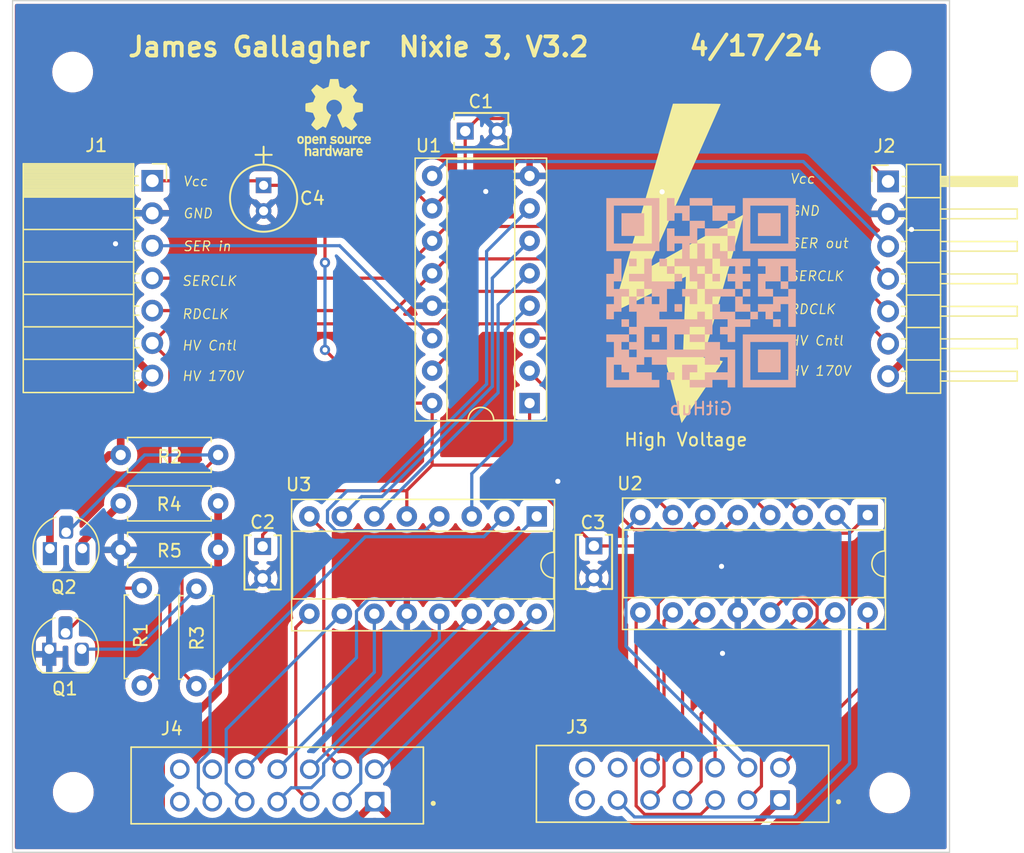
<source format=kicad_pcb>
(kicad_pcb (version 20221018) (generator pcbnew)
  (layers (0 "F.Cu" signal) (31 "B.Cu" signal) (34 "B.Paste" user) (35 "F.Paste" user) (36 "B.SilkS" user "B.Silkscreen") (37 "F.SilkS" user "F.Silkscreen") (38 "B.Mask" user) (39 "F.Mask" user) (44 "Edge.Cuts" user))
  (net 0 "")
  (net 1 "SER_OUT")
  (net 4 "GND")
  (net 6 "SER")
  (net 10 "Net-(Q1-B)")
  (net 11 "/T")
  (net 12 "Net-(Q1-C)")
  (net 13 "HV")
  (net 14 "Net-(Q2-B)")
  (net 15 "SRCLK")
  (net 16 "HV_CNTRL")
  (net 17 "RCLK")
  (net 18 "/D1-8")
  (net 19 "/LSD A")
  (net 20 "/LSD D")
  (net 21 "/LSD B")
  (net 22 "/LSD C")
  (net 23 "/D1-9")
  (net 24 "/D1-2")
  (net 25 "/D1-3")
  (net 26 "/D1-7")
  (net 27 "/D1-6")
  (net 28 "/D1-4")
  (net 29 "/D1-5")
  (net 30 "/D1-1")
  (net 31 "/D1-0")
  (net 32 "/D2-8")
  (net 33 "/MSD A")
  (net 34 "/MSD D")
  (net 35 "/MSD B")
  (net 36 "/MSD C")
  (net 37 "/D2-9")
  (net 38 "/D2-2")
  (net 39 "/D2-3")
  (net 40 "/D2-7")
  (net 41 "/D2-6")
  (net 42 "/D2-4")
  (net 43 "/D2-5")
  (net 44 "/D2-1")
  (net 45 "/D2-0")
  (net 46 "VCC")
  (net 47 "Net-(Q2-C)")
  (footprint "Resistor_THT:R_Axial_DIN0207_L6.3mm_D2.5mm_P7.62mm_Horizontal" (layer "F.Cu") (at 59.5884 90.4748 90)
    (fp_text reference "R3" (at 3.7592 0.0508 90) (layer "F.SilkS"))
    (fp_text value "1M")
    (pad "1" thru_hole circle (at 0 0 90) (size 1.6 1.6) (drill 0.8) (layers "*.Cu" "*.Mask") (net 14 "Net-(Q2-B)"))
    (pad "2" thru_hole oval (at 7.62 0 90) (size 1.6 1.6) (drill 0.8) (layers "*.Cu" "*.Mask") (net 12 "Net-(Q1-C)"))
  )
  (footprint "Package_DIP:DIP-16_W7.62mm_Socket" (layer "F.Cu") (at 85.6488 68.326 180)
    (fp_text reference "U1" (at 7.8994 20.1422 180) (layer "F.SilkS"))
    (fp_text value "74HC595")
    (pad "1" thru_hole rect (at 0 0 180) (size 1.6 1.6) (drill 0.8) (layers "*.Cu" "*.Mask") (net 21 "/LSD B"))
    (pad "2" thru_hole oval (at 0 2.54 180) (size 1.6 1.6) (drill 0.8) (layers "*.Cu" "*.Mask") (net 22 "/LSD C"))
    (pad "3" thru_hole oval (at 0 5.08 180) (size 1.6 1.6) (drill 0.8) (layers "*.Cu" "*.Mask") (net 20 "/LSD D"))
    (pad "4" thru_hole oval (at 0 7.62 180) (size 1.6 1.6) (drill 0.8) (layers "*.Cu" "*.Mask") (net 33 "/MSD A"))
    (pad "5" thru_hole oval (at 0 10.16 180) (size 1.6 1.6) (drill 0.8) (layers "*.Cu" "*.Mask") (net 35 "/MSD B"))
    (pad "6" thru_hole oval (at 0 12.7 180) (size 1.6 1.6) (drill 0.8) (layers "*.Cu" "*.Mask") (net 36 "/MSD C"))
    (pad "7" thru_hole oval (at 0 15.24 180) (size 1.6 1.6) (drill 0.8) (layers "*.Cu" "*.Mask") (net 34 "/MSD D"))
    (pad "8" thru_hole oval (at 0 17.78 180) (size 1.6 1.6) (drill 0.8) (layers "*.Cu" "*.Mask") (net 4 "GND"))
    (pad "9" thru_hole oval (at 7.62 17.78 180) (size 1.6 1.6) (drill 0.8) (layers "*.Cu" "*.Mask") (net 1 "SER_OUT"))
    (pad "10" thru_hole oval (at 7.62 15.24 180) (size 1.6 1.6) (drill 0.8) (layers "*.Cu" "*.Mask") (net 46 "VCC"))
    (pad "11" thru_hole oval (at 7.62 12.7 180) (size 1.6 1.6) (drill 0.8) (layers "*.Cu" "*.Mask") (net 15 "SRCLK"))
    (pad "12" thru_hole oval (at 7.62 10.16 180) (size 1.6 1.6) (drill 0.8) (layers "*.Cu" "*.Mask") (net 17 "RCLK"))
    (pad "13" thru_hole oval (at 7.62 7.62 180) (size 1.6 1.6) (drill 0.8) (layers "*.Cu" "*.Mask") (net 4 "GND"))
    (pad "14" thru_hole oval (at 7.62 5.08 180) (size 1.6 1.6) (drill 0.8) (layers "*.Cu" "*.Mask") (net 6 "SER"))
    (pad "15" thru_hole oval (at 7.62 2.54 180) (size 1.6 1.6) (drill 0.8) (layers "*.Cu" "*.Mask") (net 19 "/LSD A"))
    (pad "16" thru_hole oval (at 7.62 0 180) (size 1.6 1.6) (drill 0.8) (layers "*.Cu" "*.Mask") (net 46 "VCC"))
  )
  (footprint "nixie-3-footprints:K104Z15Y5VF5TL2_VIS" (layer "F.Cu") (at 80.614202 47.0408)
    (fp_text reference "C1" (at 1.224598 -2.3114 unlocked) (layer "F.SilkS"))
    (fp_text value "100nF")
    (pad "1" thru_hole rect (at 0 0) (size 1.3208 1.3208) (drill 0.8128) (layers "*.Cu" "*.Mask") (net 46 "VCC"))
    (pad "2" thru_hole circle (at 2.499995 0) (size 1.3208 1.3208) (drill 0.8128) (layers "*.Cu" "*.Mask") (net 4 "GND"))
  )
  (footprint "nixie-3-footprints:High-voltage-25mm-v2-with-text" (layer "F.Cu") (at 97.282 57.404)
    (fp_text reference "G***" hide)
    (fp_text value "LOGO" hide)
    (fp_text user "High Voltage" (at -4.32 14.37 unlocked) (layer "F.SilkS") (effects (justify left bottom)))
  )
  (footprint "MountingHole:MountingHole_2.7mm_M2.5_DIN965" (layer "F.Cu") (at 113.8174 98.8314)
    (fp_text reference "H3" hide)
    (fp_text value "MountingHole")
    (pad "" np_thru_hole circle (at 0 0) (size 2.7 2.7) (drill 2.7) (layers "*.Cu" "*.Mask"))
  )
  (footprint "Resistor_THT:R_Axial_DIN0207_L6.3mm_D2.5mm_P7.62mm_Horizontal" (layer "F.Cu") (at 61.2902 79.8068 180)
    (fp_text reference "R5" (at 3.81 -0.0762) (layer "F.SilkS"))
    (fp_text value "220K")
    (pad "1" thru_hole circle (at 0 0 180) (size 1.6 1.6) (drill 0.8) (layers "*.Cu" "*.Mask") (net 11 "/T"))
    (pad "2" thru_hole oval (at 7.62 0 180) (size 1.6 1.6) (drill 0.8) (layers "*.Cu" "*.Mask") (net 4 "GND"))
  )
  (footprint "Connector_PinSocket_2.54mm:PinSocket_1x07_P2.54mm_Horizontal" (layer "F.Cu") (at 56.1398 50.9278)
    (fp_text reference "J1" (at -4.38 -2.77) (layer "F.SilkS"))
    (fp_text value "Conn_01x07_Socket")
    (pad "1" thru_hole rect (at 0 0) (size 1.7 1.7) (drill 1) (layers "*.Cu" "*.Mask") (net 46 "VCC"))
    (pad "2" thru_hole oval (at 0 2.54) (size 1.7 1.7) (drill 1) (layers "*.Cu" "*.Mask") (net 4 "GND"))
    (pad "3" thru_hole oval (at 0 5.08) (size 1.7 1.7) (drill 1) (layers "*.Cu" "*.Mask") (net 6 "SER"))
    (pad "4" thru_hole oval (at 0 7.62) (size 1.7 1.7) (drill 1) (layers "*.Cu" "*.Mask") (net 15 "SRCLK"))
    (pad "5" thru_hole oval (at 0 10.16) (size 1.7 1.7) (drill 1) (layers "*.Cu" "*.Mask") (net 17 "RCLK"))
    (pad "6" thru_hole oval (at 0 12.7) (size 1.7 1.7) (drill 1) (layers "*.Cu" "*.Mask") (net 16 "HV_CNTRL"))
    (pad "7" thru_hole oval (at 0 15.24) (size 1.7 1.7) (drill 1) (layers "*.Cu" "*.Mask") (net 13 "HV"))
  )
  (footprint "Resistor_THT:R_Axial_DIN0207_L6.3mm_D2.5mm_P7.62mm_Horizontal" (layer "F.Cu") (at 53.6702 72.3826)
    (fp_text reference "R2" (at 3.8354 0.1524) (layer "F.SilkS"))
    (fp_text value "10K")
    (pad "1" thru_hole circle (at 0 0) (size 1.6 1.6) (drill 0.8) (layers "*.Cu" "*.Mask") (net 13 "HV"))
    (pad "2" thru_hole oval (at 7.62 0) (size 1.6 1.6) (drill 0.8) (layers "*.Cu" "*.Mask") (net 14 "Net-(Q2-B)"))
  )
  (footprint "Connector_PinHeader_2.54mm:PinHeader_1x07_P2.54mm_Horizontal" (layer "F.Cu") (at 113.6904 50.9778)
    (fp_text reference "J2" (at -0.2794 -2.7686) (layer "F.SilkS"))
    (fp_text value "Conn_01x07_Pin")
    (pad "1" thru_hole rect (at 0 0) (size 1.7 1.7) (drill 1) (layers "*.Cu" "*.Mask") (net 46 "VCC"))
    (pad "2" thru_hole oval (at 0 2.54) (size 1.7 1.7) (drill 1) (layers "*.Cu" "*.Mask") (net 4 "GND"))
    (pad "3" thru_hole oval (at 0 5.08) (size 1.7 1.7) (drill 1) (layers "*.Cu" "*.Mask") (net 1 "SER_OUT"))
    (pad "4" thru_hole oval (at 0 7.62) (size 1.7 1.7) (drill 1) (layers "*.Cu" "*.Mask") (net 15 "SRCLK"))
    (pad "5" thru_hole oval (at 0 10.16) (size 1.7 1.7) (drill 1) (layers "*.Cu" "*.Mask") (net 17 "RCLK"))
    (pad "6" thru_hole oval (at 0 12.7) (size 1.7 1.7) (drill 1) (layers "*.Cu" "*.Mask") (net 16 "HV_CNTRL"))
    (pad "7" thru_hole oval (at 0 15.24) (size 1.7 1.7) (drill 1) (layers "*.Cu" "*.Mask") (net 13 "HV"))
  )
  (footprint "nixie-3-footprints:K104Z15Y5VF5TL2_VIS" (layer "F.Cu") (at 64.77 79.542005 -90)
    (fp_text reference "C2" (at -1.894205 0 unlocked) (layer "F.SilkS"))
    (fp_text value "100nF")
    (pad "1" thru_hole rect (at 0 0 270) (size 1.3208 1.3208) (drill 0.8128) (layers "*.Cu" "*.Mask") (net 46 "VCC"))
    (pad "2" thru_hole circle (at 2.499995 0 270) (size 1.3208 1.3208) (drill 0.8128) (layers "*.Cu" "*.Mask") (net 4 "GND"))
  )
  (footprint "Package_DIP:DIP-16_W7.62mm_Socket" (layer "F.Cu") (at 112.0902 77.089 -90)
    (fp_text reference "U2" (at -2.4638 18.5928 -180) (layer "F.SilkS"))
    (fp_text value "74141")
    (pad "1" thru_hole rect (at 0 0 270) (size 1.6 1.6) (drill 0.8) (layers "*.Cu" "*.Mask") (net 18 "/D1-8"))
    (pad "2" thru_hole oval (at 0 2.54 270) (size 1.6 1.6) (drill 0.8) (layers "*.Cu" "*.Mask") (net 23 "/D1-9"))
    (pad "3" thru_hole oval (at 0 5.08 270) (size 1.6 1.6) (drill 0.8) (layers "*.Cu" "*.Mask") (net 19 "/LSD A"))
    (pad "4" thru_hole oval (at 0 7.62 270) (size 1.6 1.6) (drill 0.8) (layers "*.Cu" "*.Mask") (net 20 "/LSD D"))
    (pad "5" thru_hole oval (at 0 10.16 270) (size 1.6 1.6) (drill 0.8) (layers "*.Cu" "*.Mask") (net 46 "VCC"))
    (pad "6" thru_hole oval (at 0 12.7 270) (size 1.6 1.6) (drill 0.8) (layers "*.Cu" "*.Mask") (net 21 "/LSD B"))
    (pad "7" thru_hole oval (at 0 15.24 270) (size 1.6 1.6) (drill 0.8) (layers "*.Cu" "*.Mask") (net 22 "/LSD C"))
    (pad "8" thru_hole oval (at 0 17.78 270) (size 1.6 1.6) (drill 0.8) (layers "*.Cu" "*.Mask") (net 24 "/D1-2"))
    (pad "9" thru_hole oval (at 7.62 17.78 270) (size 1.6 1.6) (drill 0.8) (layers "*.Cu" "*.Mask") (net 25 "/D1-3"))
    (pad "10" thru_hole oval (at 7.62 15.24 270) (size 1.6 1.6) (drill 0.8) (layers "*.Cu" "*.Mask") (net 26 "/D1-7"))
    (pad "11" thru_hole oval (at 7.62 12.7 270) (size 1.6 1.6) (drill 0.8) (layers "*.Cu" "*.Mask") (net 27 "/D1-6"))
    (pad "12" thru_hole oval (at 7.62 10.16 270) (size 1.6 1.6) (drill 0.8) (layers "*.Cu" "*.Mask") (net 4 "GND"))
    (pad "13" thru_hole oval (at 7.62 7.62 270) (size 1.6 1.6) (drill 0.8) (layers "*.Cu" "*.Mask") (net 28 "/D1-4"))
    (pad "14" thru_hole oval (at 7.62 5.08 270) (size 1.6 1.6) (drill 0.8) (layers "*.Cu" "*.Mask") (net 29 "/D1-5"))
    (pad "15" thru_hole oval (at 7.62 2.54 270) (size 1.6 1.6) (drill 0.8) (layers "*.Cu" "*.Mask") (net 30 "/D1-1"))
    (pad "16" thru_hole oval (at 7.62 0 270) (size 1.6 1.6) (drill 0.8) (layers "*.Cu" "*.Mask") (net 31 "/D1-0"))
  )
  (footprint "Package_TO_SOT_THT:TO-92_HandSolder" (layer "F.Cu") (at 48.133 79.7052)
    (fp_text reference "Q2" (at 1.0922 3.0226) (layer "F.SilkS"))
    (fp_text value "MPSA92")
    (pad "1" thru_hole rect (at 0 0) (size 1.1 1.8) (drill 0.75 (offset 0 0.4)) (layers "*.Cu" "*.Mask") (net 13 "HV"))
    (pad "2" thru_hole roundrect (at 1.27 -1.27) (size 1.1 1.8) (drill 0.75 (offset 0 -0.4)) (layers "*.Cu" "*.Mask") (net 14 "Net-(Q2-B)"))
    (pad "3" thru_hole roundrect (at 2.54 0) (size 1.1 1.8) (drill 0.75 (offset 0 0.4)) (layers "*.Cu" "*.Mask") (net 47 "Net-(Q2-C)"))
  )
  (footprint "Package_DIP:DIP-16_W7.62mm_Socket" (layer "F.Cu") (at 86.2076 77.1906 -90)
    (fp_text reference "U3" (at -2.4892 18.6182 -180) (layer "F.SilkS"))
    (fp_text value "74141")
    (pad "1" thru_hole rect (at 0 0 270) (size 1.6 1.6) (drill 0.8) (layers "*.Cu" "*.Mask") (net 32 "/D2-8"))
    (pad "2" thru_hole oval (at 0 2.54 270) (size 1.6 1.6) (drill 0.8) (layers "*.Cu" "*.Mask") (net 37 "/D2-9"))
    (pad "3" thru_hole oval (at 0 5.08 270) (size 1.6 1.6) (drill 0.8) (layers "*.Cu" "*.Mask") (net 33 "/MSD A"))
    (pad "4" thru_hole oval (at 0 7.62 270) (size 1.6 1.6) (drill 0.8) (layers "*.Cu" "*.Mask") (net 34 "/MSD D"))
    (pad "5" thru_hole oval (at 0 10.16 270) (size 1.6 1.6) (drill 0.8) (layers "*.Cu" "*.Mask") (net 46 "VCC"))
    (pad "6" thru_hole oval (at 0 12.7 270) (size 1.6 1.6) (drill 0.8) (layers "*.Cu" "*.Mask") (net 35 "/MSD B"))
    (pad "7" thru_hole oval (at 0 15.24 270) (size 1.6 1.6) (drill 0.8) (layers "*.Cu" "*.Mask") (net 36 "/MSD C"))
    (pad "8" thru_hole oval (at 0 17.78 270) (size 1.6 1.6) (drill 0.8) (layers "*.Cu" "*.Mask") (net 38 "/D2-2"))
    (pad "9" thru_hole oval (at 7.62 17.78 270) (size 1.6 1.6) (drill 0.8) (layers "*.Cu" "*.Mask") (net 39 "/D2-3"))
    (pad "10" thru_hole oval (at 7.62 15.24 270) (size 1.6 1.6) (drill 0.8) (layers "*.Cu" "*.Mask") (net 40 "/D2-7"))
    (pad "11" thru_hole oval (at 7.62 12.7 270) (size 1.6 1.6) (drill 0.8) (layers "*.Cu" "*.Mask") (net 41 "/D2-6"))
    (pad "12" thru_hole oval (at 7.62 10.16 270) (size 1.6 1.6) (drill 0.8) (layers "*.Cu" "*.Mask") (net 4 "GND"))
    (pad "13" thru_hole oval (at 7.62 7.62 270) (size 1.6 1.6) (drill 0.8) (layers "*.Cu" "*.Mask") (net 42 "/D2-4"))
    (pad "14" thru_hole oval (at 7.62 5.08 270) (size 1.6 1.6) (drill 0.8) (layers "*.Cu" "*.Mask") (net 43 "/D2-5"))
    (pad "15" thru_hole oval (at 7.62 2.54 270) (size 1.6 1.6) (drill 0.8) (layers "*.Cu" "*.Mask") (net 44 "/D2-1"))
    (pad "16" thru_hole oval (at 7.62 0 270) (size 1.6 1.6) (drill 0.8) (layers "*.Cu" "*.Mask") (net 45 "/D2-0"))
  )
  (footprint "nixie-3-footprints:SULLINS_SFH11-PBPC-D07-ST-BK" (layer "F.Cu") (at 97.6122 98.1202)
    (fp_text reference "J3" (at -8.255 -4.445) (layer "F.SilkS"))
    (fp_text value "SFH11-PBPC-D07-ST-BK")
    (pad "1" thru_hole rect (at 7.62 1.27) (size 1.53 1.53) (drill 1.02) (layers "*.Cu" "*.Mask") (net 11 "/T"))
    (pad "2" thru_hole circle (at 7.62 -1.27) (size 1.53 1.53) (drill 1.02) (layers "*.Cu" "*.Mask") (net 31 "/D1-0"))
    (pad "3" thru_hole circle (at 5.08 1.27) (size 1.53 1.53) (drill 1.02) (layers "*.Cu" "*.Mask") (net 30 "/D1-1"))
    (pad "4" thru_hole circle (at 5.08 -1.27) (size 1.53 1.53) (drill 1.02) (layers "*.Cu" "*.Mask") (net 24 "/D1-2"))
    (pad "5" thru_hole circle (at 2.54 1.27) (size 1.53 1.53) (drill 1.02) (layers "*.Cu" "*.Mask") (net 25 "/D1-3"))
    (pad "6" thru_hole circle (at 2.54 -1.27) (size 1.53 1.53) (drill 1.02) (layers "*.Cu" "*.Mask") (net 28 "/D1-4"))
    (pad "7" thru_hole circle (at 0 1.27) (size 1.53 1.53) (drill 1.02) (layers "*.Cu" "*.Mask") (net 29 "/D1-5"))
    (pad "8" thru_hole circle (at 0 -1.27) (size 1.53 1.53) (drill 1.02) (layers "*.Cu" "*.Mask") (net 27 "/D1-6"))
    (pad "9" thru_hole circle (at -2.54 1.27) (size 1.53 1.53) (drill 1.02) (layers "*.Cu" "*.Mask") (net 26 "/D1-7"))
    (pad "10" thru_hole circle (at -2.54 -1.27) (size 1.53 1.53) (drill 1.02) (layers "*.Cu" "*.Mask") (net 18 "/D1-8"))
    (pad "11" thru_hole circle (at -5.08 1.27) (size 1.53 1.53) (drill 1.02) (layers "*.Cu" "*.Mask") (net 23 "/D1-9"))
    (pad "12" thru_hole circle (at -5.08 -1.27) (size 1.53 1.53) (drill 1.02) (layers "*.Cu" "*.Mask"))
    (pad "13" thru_hole circle (at -7.62 1.27) (size 1.53 1.53) (drill 1.02) (layers "*.Cu" "*.Mask"))
    (pad "14" thru_hole circle (at -7.62 -1.27) (size 1.53 1.53) (drill 1.02) (layers "*.Cu" "*.Mask"))
  )
  (footprint "nixie-3-footprints:K104Z15Y5VF5TL2_VIS" (layer "F.Cu") (at 90.678 79.502 -90)
    (fp_text reference "C3" (at -1.8288 0.0762 unlocked) (layer "F.SilkS"))
    (fp_text value "100nF")
    (pad "1" thru_hole rect (at 0 0 270) (size 1.3208 1.3208) (drill 0.8128) (layers "*.Cu" "*.Mask") (net 46 "VCC"))
    (pad "2" thru_hole circle (at 2.499995 0 270) (size 1.3208 1.3208) (drill 0.8128) (layers "*.Cu" "*.Mask") (net 4 "GND"))
  )
  (footprint "Resistor_THT:R_Axial_DIN0207_L6.3mm_D2.5mm_P7.62mm_Horizontal" (layer "F.Cu") (at 55.3212 90.424 90)
    (fp_text reference "R1" (at 3.9116 -0.0762 90) (layer "F.SilkS"))
    (fp_text value "10K")
    (pad "1" thru_hole circle (at 0 0 90) (size 1.6 1.6) (drill 0.8) (layers "*.Cu" "*.Mask") (net 16 "HV_CNTRL"))
    (pad "2" thru_hole oval (at 7.62 0 90) (size 1.6 1.6) (drill 0.8) (layers "*.Cu" "*.Mask") (net 10 "Net-(Q1-B)"))
  )
  (footprint "MountingHole:MountingHole_2.7mm_M2.5_DIN965" (layer "F.Cu") (at 49.9618 98.7806)
    (fp_text reference "H2" hide)
    (fp_text value "MountingHole")
    (pad "" np_thru_hole circle (at 0 0) (size 2.7 2.7) (drill 2.7) (layers "*.Cu" "*.Mask"))
  )
  (footprint "nixie-3-footprints:SULLINS_SFH11-PBPC-D07-ST-BK" (layer "F.Cu") (at 65.913 98.2472)
    (fp_text reference "J4" (at -8.255 -4.445) (layer "F.SilkS"))
    (fp_text value "SFH11-PBPC-D07-ST-BK")
    (pad "1" thru_hole rect (at 7.62 1.27) (size 1.53 1.53) (drill 1.02) (layers "*.Cu" "*.Mask") (net 11 "/T"))
    (pad "2" thru_hole circle (at 7.62 -1.27) (size 1.53 1.53) (drill 1.02) (layers "*.Cu" "*.Mask") (net 45 "/D2-0"))
    (pad "3" thru_hole circle (at 5.08 1.27) (size 1.53 1.53) (drill 1.02) (layers "*.Cu" "*.Mask") (net 44 "/D2-1"))
    (pad "4" thru_hole circle (at 5.08 -1.27) (size 1.53 1.53) (drill 1.02) (layers "*.Cu" "*.Mask") (net 38 "/D2-2"))
    (pad "5" thru_hole circle (at 2.54 1.27) (size 1.53 1.53) (drill 1.02) (layers "*.Cu" "*.Mask") (net 39 "/D2-3"))
    (pad "6" thru_hole circle (at 2.54 -1.27) (size 1.53 1.53) (drill 1.02) (layers "*.Cu" "*.Mask") (net 42 "/D2-4"))
    (pad "7" thru_hole circle (at 0 1.27) (size 1.53 1.53) (drill 1.02) (layers "*.Cu" "*.Mask") (net 43 "/D2-5"))
    (pad "8" thru_hole circle (at 0 -1.27) (size 1.53 1.53) (drill 1.02) (layers "*.Cu" "*.Mask") (net 41 "/D2-6"))
    (pad "9" thru_hole circle (at -2.54 1.27) (size 1.53 1.53) (drill 1.02) (layers "*.Cu" "*.Mask") (net 40 "/D2-7"))
    (pad "10" thru_hole circle (at -2.54 -1.27) (size 1.53 1.53) (drill 1.02) (layers "*.Cu" "*.Mask") (net 32 "/D2-8"))
    (pad "11" thru_hole circle (at -5.08 1.27) (size 1.53 1.53) (drill 1.02) (layers "*.Cu" "*.Mask") (net 37 "/D2-9"))
    (pad "12" thru_hole circle (at -5.08 -1.27) (size 1.53 1.53) (drill 1.02) (layers "*.Cu" "*.Mask"))
    (pad "13" thru_hole circle (at -7.62 1.27) (size 1.53 1.53) (drill 1.02) (layers "*.Cu" "*.Mask"))
    (pad "14" thru_hole circle (at -7.62 -1.27) (size 1.53 1.53) (drill 1.02) (layers "*.Cu" "*.Mask"))
  )
  (footprint "MountingHole:MountingHole_2.7mm_M2.5_DIN965" (layer "F.Cu") (at 49.911 42.418)
    (fp_text reference "H1" hide)
    (fp_text value "MountingHole")
    (pad "" np_thru_hole circle (at 0 0) (size 2.7 2.7) (drill 2.7) (layers "*.Cu" "*.Mask"))
  )
  (footprint "MountingHole:MountingHole_2.7mm_M2.5_DIN965" (layer "F.Cu") (at 113.919 42.3418)
    (fp_text reference "H4" hide)
    (fp_text value "MountingHole")
    (pad "" np_thru_hole circle (at 0 0) (size 2.7 2.7) (drill 2.7) (layers "*.Cu" "*.Mask"))
  )
  (footprint "Symbol:OSHW-Logo_5.7x6mm_SilkScreen" (layer "F.Cu") (at 70.358 45.974)
    (fp_text reference "REF**" hide)
    (fp_text value "OSHW-Logo_5.7x6mm_SilkScreen" hide)
  )
  (footprint "Resistor_THT:R_Axial_DIN0207_L6.3mm_D2.5mm_P7.62mm_Horizontal" (layer "F.Cu") (at 53.6702 76.1746)
    (fp_text reference "R4" (at 3.7846 0.0762) (layer "F.SilkS"))
    (fp_text value "7.5K")
    (pad "1" thru_hole circle (at 0 0) (size 1.6 1.6) (drill 0.8) (layers "*.Cu" "*.Mask") (net 47 "Net-(Q2-C)"))
    (pad "2" thru_hole oval (at 7.62 0) (size 1.6 1.6) (drill 0.8) (layers "*.Cu" "*.Mask") (net 11 "/T"))
  )
  (footprint "Package_TO_SOT_THT:TO-92_HandSolder" (layer "F.Cu") (at 48.0822 87.5792)
    (fp_text reference "Q1" (at 1.2192 3.0988) (layer "F.SilkS"))
    (fp_text value "MPSA42")
    (pad "1" thru_hole rect (at 0 0) (size 1.1 1.8) (drill 0.75 (offset 0 0.4)) (layers "*.Cu" "*.Mask") (net 4 "GND"))
    (pad "2" thru_hole roundrect (at 1.27 -1.27) (size 1.1 1.8) (drill 0.75 (offset 0 -0.4)) (layers "*.Cu" "*.Mask") (net 10 "Net-(Q1-B)"))
    (pad "3" thru_hole roundrect (at 2.54 0) (size 1.1 1.8) (drill 0.75 (offset 0 0.4)) (layers "*.Cu" "*.Mask") (net 12 "Net-(Q1-C)"))
  )
  (footprint "nixie-3-footprints:U1-E_NCH" (layer "F.Cu") (at 64.8462 51.2826 -90)
    (fp_text reference "C4" (at 1.016 -3.81 unlocked) (layer "F.SilkS"))
    (fp_text value "10µF")
    (pad "1" thru_hole rect (at 0 0 270) (size 1.2192 1.2192) (drill 0.7112) (layers "*.Cu" "*.Mask") (net 46 "VCC"))
    (pad "2" thru_hole circle (at 2.0066 0 270) (size 1.2192 1.2192) (drill 0.7112) (layers "*.Cu" "*.Mask") (net 4 "GND"))
  )
  (footprint "nixie-3-footprints:nixie-3-QR" (layer "B.Cu") (at 99.06 59.69 180)
    (fp_text reference "G***" hide)
    (fp_text value "LOGO" hide)
  )
  (gr_line (start 118.491 103.4796) (end 45.212 103.4796) (stroke (width 0.1)) (layer "Edge.Cuts"))
  (gr_line (start 45.212 36.83) (end 118.491 36.83) (stroke (width 0.1)) (layer "Edge.Cuts"))
  (gr_line (start 118.491 36.83) (end 118.491 103.4796) (stroke (width 0.1)) (layer "Edge.Cuts"))
  (gr_line (start 45.212 103.4796) (end 45.212 36.83) (stroke (width 0.1)) (layer "Edge.Cuts"))
  (gr_text "GitHub" (at 101.6 69.342) (layer "B.SilkS") (effects (font (size 1 1)) (justify left bottom mirror)))
  (gr_text "HV 170V" (at 105.918 66.2432) (layer "F.SilkS") (effects (font (size 0.75 0.75) (thickness 0.09375) italic) (justify left bottom)))
  (gr_text "GND" (at 58.4962 53.9242) (layer "F.SilkS") (effects (font (size 0.75 0.75) (thickness 0.09375) italic) (justify left bottom)))
  (gr_text "GND" (at 105.9688 53.721) (layer "F.SilkS") (effects (font (size 0.75 0.75) (thickness 0.09375) italic) (justify left bottom)))
  (gr_text "James Gallagher  Nixie 3, V3.2" (at 54.102 41.3258) (layer "F.SilkS") (effects (font (size 1.5 1.5) (thickness 0.3) bold) (justify left bottom)))
  (gr_text "Vcc" (at 58.4962 51.4096) (layer "F.SilkS") (effects (font (size 0.75 0.75) (thickness 0.09375) italic) (justify left bottom)))
  (gr_text "HV 170V" (at 58.42 66.6496) (layer "F.SilkS") (effects (font (size 0.75 0.75) (thickness 0.09375) italic) (justify left bottom)))
  (gr_text "Vcc" (at 105.9688 51.2064) (layer "F.SilkS") (effects (font (size 0.75 0.75) (thickness 0.09375) italic) (justify left bottom)))
  (gr_text "SER out" (at 105.9942 56.261) (layer "F.SilkS") (effects (font (size 0.75 0.75) (thickness 0.09375) italic) (justify left bottom)))
  (gr_text "SERCLK" (at 58.42 59.2074) (layer "F.SilkS") (effects (font (size 0.75 0.75) (thickness 0.09375) italic) (justify left bottom)))
  (gr_text "SERCLK" (at 105.8926 58.8264) (layer "F.SilkS") (effects (font (size 0.75 0.75) (thickness 0.09375) italic) (justify left bottom)))
  (gr_text "RDCLK" (at 58.42 61.7982) (layer "F.SilkS") (effects (font (size 0.75 0.75) (thickness 0.09375) italic) (justify left bottom)))
  (gr_text "4/17/24" (at 97.9932 41.2496) (layer "F.SilkS") (effects (font (size 1.5 1.5) (thickness 0.3) bold) (justify left bottom)))
  (gr_text "SER in" (at 58.4962 56.4896) (layer "F.SilkS") (effects (font (size 0.75 0.75) (thickness 0.09375) italic) (justify left bottom)))
  (gr_text "HV Cntl" (at 58.42 64.262) (layer "F.SilkS") (effects (font (size 0.75 0.75) (thickness 0.09375) italic) (justify left bottom)))
  (gr_text "RDCLK" (at 105.8926 61.4172) (layer "F.SilkS") (effects (font (size 0.75 0.75) (thickness 0.09375) italic) (justify left bottom)))
  (gr_text "HV Cntl" (at 105.8926 63.881) (layer "F.SilkS") (effects (font (size 0.75 0.75) (thickness 0.09375) italic) (justify left bottom)))
  (segment (start 79.1538 49.421) (end 107.0536 49.421) (width 0.25) (layer "B.Cu") (net 1))
  (segment (start 78.0288 50.546) (end 79.1538 49.421) (width 0.25) (layer "B.Cu") (net 1))
  (segment (start 107.0536 49.421) (end 113.6904 56.0578) (width 0.25) (layer "B.Cu") (net 1))
  (via (at 82.2198 51.7652) (size 0.8) (drill 0.4) (layers "F.Cu" "B.Cu") (net 4))
  (via (at 100.7364 87.9094) (size 0.8) (drill 0.4) (layers "F.Cu" "B.Cu") (net 4))
  (via (at 53.2638 55.8546) (size 0.8) (drill 0.4) (layers "F.Cu" "B.Cu") (net 4))
  (via (at 115.5192 54.737) (size 0.8) (drill 0.4) (layers "F.Cu" "B.Cu") (net 4))
  (via (at 87.8586 74.4474) (size 0.8) (drill 0.4) (layers "F.Cu" "B.Cu") (net 4))
  (via (at 100.6602 81.1022) (size 0.8) (drill 0.4) (layers "F.Cu" "B.Cu") (net 4))
  (via (at 96.012 51.7906) (size 0.8) (drill 0.4) (layers "F.Cu" "B.Cu") (net 4))
  (segment (start 70.7906 56.0078) (end 78.0288 63.246) (width 0.25) (layer "B.Cu") (net 6))
  (segment (start 56.1398 56.0078) (end 70.7906 56.0078) (width 0.25) (layer "B.Cu") (net 6))
  (segment (start 52.8574 82.804) (end 55.3212 82.804) (width 0.25) (layer "F.Cu") (net 10))
  (segment (start 49.3522 86.3092) (end 52.8574 82.804) (width 0.25) (layer "F.Cu") (net 10))
  (segment (start 56.828 101.913) (end 71.1372 101.913) (width 0.6) (layer "F.Cu") (net 11))
  (segment (start 61.2902 90.894321) (end 56.828 95.356521) (width 0.6) (layer "F.Cu") (net 11))
  (segment (start 56.828 95.356521) (end 56.828 101.913) (width 0.6) (layer "F.Cu") (net 11))
  (segment (start 71.1372 101.913) (end 73.533 99.5172) (width 0.6) (layer "F.Cu") (net 11))
  (segment (start 61.2902 79.8068) (end 61.2902 90.894321) (width 0.6) (layer "F.Cu") (net 11))
  (segment (start 75.3486 101.3328) (end 103.2896 101.3328) (width 0.6) (layer "F.Cu") (net 11))
  (segment (start 73.533 99.5172) (end 75.3486 101.3328) (width 0.6) (layer "F.Cu") (net 11))
  (segment (start 61.2902 76.1746) (end 61.2902 79.8068) (width 0.6) (layer "F.Cu") (net 11))
  (segment (start 103.2896 101.3328) (end 105.2322 99.3902) (width 0.6) (layer "F.Cu") (net 11))
  (segment (start 50.6222 87.5792) (end 54.864 87.5792) (width 0.25) (layer "B.Cu") (net 12))
  (segment (start 54.864 87.5792) (end 59.5884 82.8548) (width 0.25) (layer "B.Cu") (net 12))
  (segment (start 113.6904 66.2178) (end 116.9162 62.992) (width 0.6) (layer "F.Cu") (net 13))
  (segment (start 116.9162 51.1042) (end 111.024 45.212) (width 0.6) (layer "F.Cu") (net 13))
  (segment (start 50.7492 60.7772) (end 56.1398 66.1678) (width 0.6) (layer "F.Cu") (net 13))
  (segment (start 48.133 77.026342) (end 52.776742 72.3826) (width 0.6) (layer "F.Cu") (net 13))
  (segment (start 57.2008 45.212) (end 50.7492 51.6636) (width 0.6) (layer "F.Cu") (net 13))
  (segment (start 111.024 45.212) (end 57.2008 45.212) (width 0.6) (layer "F.Cu") (net 13))
  (segment (start 48.133 79.7052) (end 48.133 77.026342) (width 0.6) (layer "F.Cu") (net 13))
  (segment (start 50.7492 51.6636) (end 50.7492 60.7772) (width 0.6) (layer "F.Cu") (net 13))
  (segment (start 53.6702 72.3826) (end 53.6702 68.6374) (width 0.6) (layer "F.Cu") (net 13))
  (segment (start 53.6702 68.6374) (end 56.1398 66.1678) (width 0.6) (layer "F.Cu") (net 13))
  (segment (start 52.776742 72.3826) (end 53.6702 72.3826) (width 0.6) (layer "F.Cu") (net 13))
  (segment (start 116.9162 62.992) (end 116.9162 51.1042) (width 0.6) (layer "F.Cu") (net 13))
  (segment (start 58.4634 89.3498) (end 58.4634 75.2676) (width 0.25) (layer "F.Cu") (net 14))
  (segment (start 59.5884 90.4748) (end 58.4634 89.3498) (width 0.25) (layer "F.Cu") (net 14))
  (segment (start 58.4634 75.2676) (end 61.3484 72.3826) (width 0.25) (layer "F.Cu") (net 14))
  (segment (start 49.403 78.4352) (end 49.491433 78.4352) (width 0.25) (layer "B.Cu") (net 14))
  (segment (start 55.544033 72.3826) (end 61.2902 72.3826) (width 0.25) (layer "B.Cu") (net 14))
  (segment (start 49.491433 78.4352) (end 55.544033 72.3826) (width 0.25) (layer "B.Cu") (net 14))
  (segment (start 79.1538 54.501) (end 109.5936 54.501) (width 0.25) (layer "F.Cu") (net 15))
  (segment (start 75.107 58.5478) (end 78.0288 55.626) (width 0.25) (layer "F.Cu") (net 15))
  (segment (start 78.0288 55.626) (end 79.1538 54.501) (width 0.25) (layer "F.Cu") (net 15))
  (segment (start 56.1398 58.5478) (end 75.107 58.5478) (width 0.25) (layer "F.Cu") (net 15))
  (segment (start 109.5936 54.501) (end 113.6904 58.5978) (width 0.25) (layer "F.Cu") (net 15))
  (segment (start 78.494791 62.121) (end 81.034791 59.581) (width 0.25) (layer "F.Cu") (net 16))
  (segment (start 81.034791 59.581) (end 109.5936 59.581) (width 0.25) (layer "F.Cu") (net 16))
  (segment (start 57.6466 62.121) (end 78.494791 62.121) (width 0.25) (layer "F.Cu") (net 16))
  (segment (start 56.1398 63.6278) (end 57.5148 65.0028) (width 0.25) (layer "F.Cu") (net 16))
  (segment (start 109.5936 59.581) (end 113.6904 63.6778) (width 0.25) (layer "F.Cu") (net 16))
  (segment (start 57.5148 88.2304) (end 55.3212 90.424) (width 0.25) (layer "F.Cu") (net 16))
  (segment (start 56.1398 63.6278) (end 57.6466 62.121) (width 0.25) (layer "F.Cu") (net 16))
  (segment (start 57.5148 65.0028) (end 57.5148 88.2304) (width 0.25) (layer "F.Cu") (net 16))
  (segment (start 78.0288 58.166) (end 79.1538 57.041) (width 0.25) (layer "F.Cu") (net 17))
  (segment (start 75.107 61.0878) (end 78.0288 58.166) (width 0.25) (layer "F.Cu") (net 17))
  (segment (start 109.5936 57.041) (end 113.6904 61.1378) (width 0.25) (layer "F.Cu") (net 17))
  (segment (start 79.1538 57.041) (end 109.5936 57.041) (width 0.25) (layer "F.Cu") (net 17))
  (segment (start 56.1398 61.0878) (end 75.107 61.0878) (width 0.25) (layer "F.Cu") (net 17))
  (segment (start 101.174209 78.504) (end 95.7122 83.966009) (width 0.25) (layer "F.Cu") (net 18))
  (segment (start 110.6752 78.504) (end 101.174209 78.504) (width 0.25) (layer "F.Cu") (net 18))
  (segment (start 95.7122 83.966009) (end 95.7122 96.2102) (width 0.25) (layer "F.Cu") (net 18))
  (segment (start 95.7122 96.2102) (end 95.0722 96.8502) (width 0.25) (layer "F.Cu") (net 18))
  (segment (start 112.0902 77.089) (end 110.6752 78.504) (width 0.25) (layer "F.Cu") (net 18))
  (segment (start 107.0102 77.089) (end 92.0422 62.121) (width 0.25) (layer "F.Cu") (net 19))
  (segment (start 81.6938 62.121) (end 78.0288 65.786) (width 0.25) (layer "F.Cu") (net 19))
  (segment (start 92.0422 62.121) (end 81.6938 62.121) (width 0.25) (layer "F.Cu") (net 19))
  (segment (start 104.4702 77.089) (end 90.6272 63.246) (width 0.25) (layer "F.Cu") (net 20))
  (segment (start 90.6272 63.246) (end 85.6488 63.246) (width 0.25) (layer "F.Cu") (net 20))
  (segment (start 93.7842 78.214) (end 85.6488 70.0786) (width 0.25) (layer "F.Cu") (net 21))
  (segment (start 98.2652 78.214) (end 93.7842 78.214) (width 0.25) (layer "F.Cu") (net 21))
  (segment (start 85.6488 70.0786) (end 85.6488 68.326) (width 0.25) (layer "F.Cu") (net 21))
  (segment (start 99.3902 77.089) (end 98.2652 78.214) (width 0.25) (layer "F.Cu") (net 21))
  (segment (start 96.8502 77.089) (end 85.6488 65.8876) (width 0.25) (layer "F.Cu") (net 22))
  (segment (start 85.6488 65.8876) (end 85.6488 65.786) (width 0.25) (layer "F.Cu") (net 22))
  (segment (start 106.4914 100.711) (end 93.853 100.711) (width 0.25) (layer "B.Cu") (net 23))
  (segment (start 110.6752 78.214) (end 110.6752 96.5272) (width 0.25) (layer "B.Cu") (net 23))
  (segment (start 109.5502 77.089) (end 110.6752 78.214) (width 0.25) (layer "B.Cu") (net 23))
  (segment (start 93.853 100.711) (end 92.5322 99.3902) (width 0.25) (layer "B.Cu") (net 23))
  (segment (start 110.6752 96.5272) (end 106.4914 100.711) (width 0.25) (layer "B.Cu") (net 23))
  (segment (start 94.3102 77.089) (end 93.1852 78.214) (width 0.25) (layer "B.Cu") (net 24))
  (segment (start 93.1852 87.3432) (end 102.6922 96.8502) (width 0.25) (layer "B.Cu") (net 24))
  (segment (start 93.1852 78.214) (end 93.1852 87.3432) (width 0.25) (layer "B.Cu") (net 24))
  (segment (start 99.0346 100.5078) (end 100.1522 99.3902) (width 0.25) (layer "F.Cu") (net 25))
  (segment (start 94.648307 100.5078) (end 99.0346 100.5078) (width 0.25) (layer "F.Cu") (net 25))
  (segment (start 94.3102 84.709) (end 93.9822 85.037) (width 0.25) (layer "F.Cu") (net 25))
  (segment (start 93.9822 99.841693) (end 94.648307 100.5078) (width 0.25) (layer "F.Cu") (net 25))
  (segment (start 93.9822 85.037) (end 93.9822 99.841693) (width 0.25) (layer "F.Cu") (net 25))
  (segment (start 96.1622 85.397) (end 96.1622 98.3002) (width 0.25) (layer "F.Cu") (net 26))
  (segment (start 96.1622 98.3002) (end 95.0722 99.3902) (width 0.25) (layer "F.Cu") (net 26))
  (segment (start 96.8502 84.709) (end 96.1622 85.397) (width 0.25) (layer "F.Cu") (net 26))
  (segment (start 97.6122 86.487) (end 97.6122 96.8502) (width 0.25) (layer "F.Cu") (net 27))
  (segment (start 99.3902 84.709) (end 97.6122 86.487) (width 0.25) (layer "F.Cu") (net 27))
  (segment (start 104.4702 84.709) (end 105.5952 83.584) (width 0.25) (layer "F.Cu") (net 28))
  (segment (start 108.1352 84.243009) (end 108.1352 85.174991) (width 0.25) (layer "F.Cu") (net 28))
  (segment (start 107.476191 83.584) (end 108.1352 84.243009) (width 0.25) (layer "F.Cu") (net 28))
  (segment (start 108.1352 85.174991) (end 100.1522 93.157991) (width 0.25) (layer "F.Cu") (net 28))
  (segment (start 100.1522 93.157991) (end 100.1522 96.8502) (width 0.25) (layer "F.Cu") (net 28))
  (segment (start 105.5952 83.584) (end 107.476191 83.584) (width 0.25) (layer "F.Cu") (net 28))
  (segment (start 107.0102 84.709) (end 99.0622 92.657) (width 0.25) (layer "F.Cu") (net 29))
  (segment (start 99.0622 97.9402) (end 97.6122 99.3902) (width 0.25) (layer "F.Cu") (net 29))
  (segment (start 99.0622 92.657) (end 99.0622 97.9402) (width 0.25) (layer "F.Cu") (net 29))
  (segment (start 103.7822 98.3002) (end 102.6922 99.3902) (width 0.25) (layer "F.Cu") (net 30))
  (segment (start 103.7822 90.477) (end 103.7822 98.3002) (width 0.25) (layer "F.Cu") (net 30))
  (segment (start 109.5502 84.709) (end 103.7822 90.477) (width 0.25) (layer "F.Cu") (net 30))
  (segment (start 112.0902 89.9922) (end 105.2322 96.8502) (width 0.25) (layer "F.Cu") (net 31))
  (segment (start 112.0902 84.709) (end 112.0902 89.9922) (width 0.25) (layer "F.Cu") (net 31))
  (segment (start 86.2076 77.1906) (end 79.7126 83.6856) (width 0.25) (layer "B.Cu") (net 32))
  (segment (start 79.7126 83.6856) (end 73.041609 83.6856) (width 0.25) (layer "B.Cu") (net 32))
  (segment (start 72.1106 84.616609) (end 72.1106 88.2396) (width 0.25) (layer "B.Cu") (net 32))
  (segment (start 73.041609 83.6856) (end 72.1106 84.616609) (width 0.25) (layer "B.Cu") (net 32))
  (segment (start 72.1106 88.2396) (end 63.373 96.9772) (width 0.25) (layer "B.Cu") (net 32))
  (segment (start 81.1276 73.8452) (end 83.7512 71.2216) (width 0.25) (layer "B.Cu") (net 33))
  (segment (start 85.6488 60.706) (end 83.7512 62.6036) (width 0.25) (layer "B.Cu") (net 33))
  (segment (start 83.7512 62.6036) (end 83.7512 71.2216) (width 0.25) (layer "B.Cu") (net 33))
  (segment (start 81.1276 77.1906) (end 81.1276 73.8452) (width 0.25) (layer "B.Cu") (net 33))
  (segment (start 85.6488 53.086) (end 82.285 56.4498) (width 0.25) (layer "B.Cu") (net 34))
  (segment (start 73.930804 75.1912) (end 71.376009 75.1912) (width 0.25) (layer "B.Cu") (net 34))
  (segment (start 70.501609 78.3156) (end 77.4626 78.3156) (width 0.25) (layer "B.Cu") (net 34))
  (segment (start 82.285 66.837004) (end 73.930804 75.1912) (width 0.25) (layer "B.Cu") (net 34))
  (segment (start 71.376009 75.1912) (end 69.8426 76.724609) (width 0.25) (layer "B.Cu") (net 34))
  (segment (start 82.285 56.4498) (end 82.285 66.837004) (width 0.25) (layer "B.Cu") (net 34))
  (segment (start 77.4626 78.3156) (end 78.5876 77.1906) (width 0.25) (layer "B.Cu") (net 34))
  (segment (start 69.8426 76.724609) (end 69.8426 77.656591) (width 0.25) (layer "B.Cu") (net 34))
  (segment (start 69.8426 77.656591) (end 70.501609 78.3156) (width 0.25) (layer "B.Cu") (net 34))
  (segment (start 83.185 67.5132) (end 83.185 66.7004) (width 0.25) (layer "B.Cu") (net 35))
  (segment (start 83.185 60.6298) (end 83.185 66.7004) (width 0.25) (layer "B.Cu") (net 35))
  (segment (start 73.5076 77.1906) (end 83.185 67.5132) (width 0.25) (layer "B.Cu") (net 35))
  (segment (start 85.6488 58.166) (end 83.185 60.6298) (width 0.25) (layer "B.Cu") (net 35))
  (segment (start 82.735 67.0234) (end 82.735 58.5398) (width 0.25) (layer "B.Cu") (net 36))
  (segment (start 72.517 75.6412) (end 74.1172 75.6412) (width 0.25) (layer "B.Cu") (net 36))
  (segment (start 74.1172 75.6412) (end 82.735 67.0234) (width 0.25) (layer "B.Cu") (net 36))
  (segment (start 82.735 58.5398) (end 85.6488 55.626) (width 0.25) (layer "B.Cu") (net 36))
  (segment (start 70.9676 77.1906) (end 72.517 75.6412) (width 0.25) (layer "B.Cu") (net 36))
  (segment (start 59.743 96.525707) (end 59.743 98.4272) (width 0.25) (layer "B.Cu") (net 37))
  (segment (start 60.6552 90.932) (end 60.6552 95.613507) (width 0.25) (layer "B.Cu") (net 37))
  (segment (start 60.6552 95.613507) (end 59.743 96.525707) (width 0.25) (layer "B.Cu") (net 37))
  (segment (start 59.743 98.4272) (end 60.833 99.5172) (width 0.25) (layer "B.Cu") (net 37))
  (segment (start 82.0746 78.7836) (end 72.8036 78.7836) (width 0.25) (layer "B.Cu") (net 37))
  (segment (start 72.8036 78.7836) (end 60.6552 90.932) (width 0.25) (layer "B.Cu") (net 37))
  (segment (start 83.6676 77.1906) (end 82.0746 78.7836) (width 0.25) (layer "B.Cu") (net 37))
  (segment (start 69.5526 78.3156) (end 69.5526 95.5368) (width 0.25) (layer "F.Cu") (net 38))
  (segment (start 69.5526 95.5368) (end 70.993 96.9772) (width 0.25) (layer "F.Cu") (net 38))
  (segment (start 68.4276 77.1906) (end 69.5526 78.3156) (width 0.25) (layer "F.Cu") (net 38))
  (segment (start 67.363 85.8752) (end 67.363 98.4272) (width 0.25) (layer "F.Cu") (net 39))
  (segment (start 67.363 98.4272) (end 68.453 99.5172) (width 0.25) (layer "F.Cu") (net 39))
  (segment (start 68.4276 84.8106) (end 67.363 85.8752) (width 0.25) (layer "F.Cu") (net 39))
  (segment (start 70.9676 84.8106) (end 61.923 93.8552) (width 0.25) (layer "B.Cu") (net 40))
  (segment (start 61.923 93.8552) (end 61.923 98.0672) (width 0.25) (layer "B.Cu") (net 40))
  (segment (start 61.923 98.0672) (end 63.373 99.5172) (width 0.25) (layer "B.Cu") (net 40))
  (segment (start 73.5076 84.8106) (end 73.5076 89.3826) (width 0.25) (layer "B.Cu") (net 41))
  (segment (start 73.5076 89.3826) (end 65.913 96.9772) (width 0.25) (layer "B.Cu") (net 41))
  (segment (start 78.5876 86.8426) (end 68.453 96.9772) (width 0.25) (layer "B.Cu") (net 42))
  (segment (start 78.5876 84.8106) (end 78.5876 86.8426) (width 0.25) (layer "B.Cu") (net 42))
  (segment (start 69.543 97.462) (end 68.5778 98.4272) (width 0.25) (layer "B.Cu") (net 43))
  (segment (start 68.5778 98.4272) (end 67.003 98.4272) (width 0.25) (layer "B.Cu") (net 43))
  (segment (start 81.1276 84.8106) (end 81.1276 84.938996) (width 0.25) (layer "B.Cu") (net 43))
  (segment (start 67.003 98.4272) (end 65.913 99.5172) (width 0.25) (layer "B.Cu") (net 43))
  (segment (start 81.1276 84.938996) (end 69.543 96.523596) (width 0.25) (layer "B.Cu") (net 43))
  (segment (start 69.543 96.523596) (end 69.543 97.462) (width 0.25) (layer "B.Cu") (net 43))
  (segment (start 72.443 98.0672) (end 70.993 99.5172) (width 0.25) (layer "B.Cu") (net 44))
  (segment (start 83.6676 84.8106) (end 72.443 96.0352) (width 0.25) (layer "B.Cu") (net 44))
  (segment (start 72.443 96.0352) (end 72.443 98.0672) (width 0.25) (layer "B.Cu") (net 44))
  (segment (start 86.2076 84.8106) (end 74.041 96.9772) (width 0.25) (layer "B.Cu") (net 45))
  (segment (start 74.041 96.9772) (end 73.533 96.9772) (width 0.25) (layer "B.Cu") (net 45))
  (segment (start 78.0288 68.326) (end 78.0288 73.1774) (width 0.25) (layer "F.Cu") (net 46))
  (segment (start 64.4914 50.9278) (end 64.8462 51.2826) (width 0.25) (layer "F.Cu") (net 46))
  (segment (start 80.614202 50.500598) (end 78.0288 53.086) (width 0.25) (layer "F.Cu") (net 46))
  (segment (start 56.1398 50.9278) (end 64.4914 50.9278) (width 0.25) (layer "F.Cu") (net 46))
  (segment (start 90.678 79.411) (end 90.678 79.502) (width 0.25) (layer "F.Cu") (net 46))
  (segment (start 73.8124 68.326) (end 69.6468 64.1604) (width 0.25) (layer "F.Cu") (net 46))
  (segment (start 64.77 78.631605) (end 68.217605 75.184) (width 0.25) (layer "F.Cu") (net 46))
  (segment (start 90.678 79.502) (end 99.5172 79.502) (width 0.25) (layer "F.Cu") (net 46))
  (segment (start 76.2254 51.2826) (end 78.0288 53.086) (width 0.25) (layer "F.Cu") (net 46))
  (segment (start 68.217605 75.184) (end 76.0222 75.184) (width 0.25) (layer "F.Cu") (net 46))
  (segment (start 99.5172 79.502) (end 101.9302 77.089) (width 0.25) (layer "F.Cu") (net 46))
  (segment (start 78.0288 68.326) (end 73.8124 68.326) (width 0.25) (layer "F.Cu") (net 46))
  (segment (start 80.614202 47.0408) (end 80.614202 50.500598) (width 0.25) (layer "F.Cu") (net 46))
  (segment (start 78.0288 73.1774) (end 84.4444 73.1774) (width 0.25) (layer "F.Cu") (net 46))
  (segment (start 76.0476 77.1906) (end 76.0476 75.184) (width 0.25) (layer "F.Cu") (net 46))
  (segment (start 76.0222 75.184) (end 76.0476 75.184) (width 0.25) (layer "F.Cu") (net 46))
  (segment (start 84.4444 73.1774) (end 90.678 79.411) (width 0.25) (layer "F.Cu") (net 46))
  (segment (start 80.614202 47.0408) (end 81.599602 46.0554) (width 0.25) (layer "F.Cu") (net 46))
  (segment (start 69.6468 51.2826) (end 76.2254 51.2826) (width 0.25) (layer "F.Cu") (net 46))
  (segment (start 78.0288 73.1774) (end 76.0222 75.184) (width 0.25) (layer "F.Cu") (net 46))
  (segment (start 108.768 46.0554) (end 113.6904 50.9778) (width 0.25) (layer "F.Cu") (net 46))
  (segment (start 81.599602 46.0554) (end 108.768 46.0554) (width 0.25) (layer "F.Cu") (net 46))
  (segment (start 64.77 79.542005) (end 64.77 78.631605) (width 0.25) (layer "F.Cu") (net 46))
  (segment (start 64.8462 51.2826) (end 69.6468 51.2826) (width 0.25) (layer "F.Cu") (net 46))
  (segment (start 69.6468 57.3278) (end 69.6468 51.2826) (width 0.25) (layer "F.Cu") (net 46))
  (via (at 69.6468 64.1604) (size 0.8) (drill 0.4) (layers "F.Cu" "B.Cu") (net 46))
  (via (at 69.6468 57.3278) (size 0.8) (drill 0.4) (layers "F.Cu" "B.Cu") (net 46))
  (segment (start 69.6468 64.1604) (end 69.6468 57.3278) (width 0.25) (layer "B.Cu") (net 46))
  (segment (start 50.673 79.7052) (end 50.673 79.1718) (width 0.6) (layer "F.Cu") (net 47))
  (segment (start 50.673 79.1718) (end 53.6702 76.1746) (width 0.6) (layer "F.Cu") (net 47))
  (zone (net 4) (net_name "GND") (layer "F.Cu") (connect_pads (clearance 0.5)) (min_thickness 0.25) (fill yes (thermal_gap 0.5) (thermal_bridge_width 0.5))
    (polygon (pts (xy 45.4406 37.084) (xy 118.2624 37.084) (xy 118.2624 103.1494) (xy 118.1862 103.2256) (xy 45.4152 103.2256) (xy 45.3898 103.2002) (xy 45.3898 37.0332)))
  )
  (zone (net 4) (net_name "GND") (layer "B.Cu") (priority 1) (connect_pads (clearance 0.5)) (min_thickness 0.25) (fill yes (thermal_gap 0.5) (thermal_bridge_width 0.5))
    (polygon (pts (xy 45.4406 37.084) (xy 118.2624 37.084) (xy 118.2624 103.1494) (xy 118.1862 103.2256) (xy 45.4152 103.2256) (xy 45.4152 37.1094)))
  )
)
</source>
